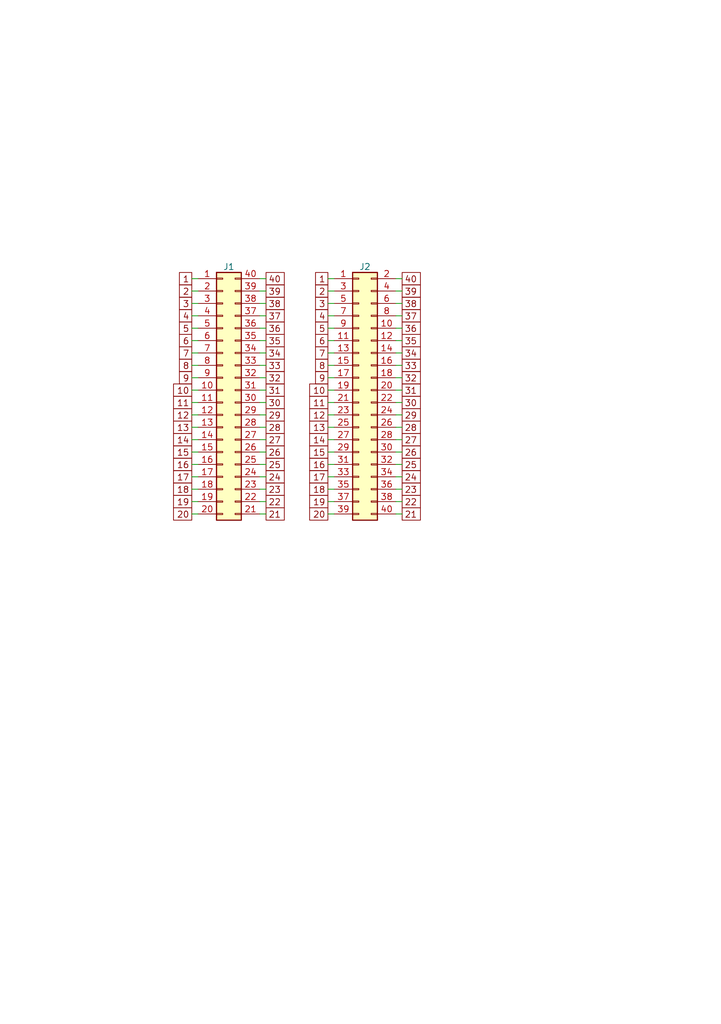
<source format=kicad_sch>
(kicad_sch (version 20211123) (generator eeschema)
  (paper "A5" portrait)
  (lib_symbols
    (symbol "Connector_Generic:Conn_02x20_Counter_Clockwise" (pin_names (offset 1.016) hide)
      (property "Reference" "J" (at 1.27 25.4 0))
      (property "Value" "Conn_02x20_Counter_Clockwise" (at 1.27 -27.94 0))
      (symbol "Conn_02x20_Counter_Clockwise_1_1"
        (rectangle (start -1.27 -25.273) (end 0 -25.527) (stroke (width 0.1524)))
        (rectangle (start -1.27 -22.733) (end 0 -22.987) (stroke (width 0.1524)))
        (rectangle (start -1.27 -20.193) (end 0 -20.447) (stroke (width 0.1524)))
        (rectangle (start -1.27 -17.653) (end 0 -17.907) (stroke (width 0.1524)))
        (rectangle (start -1.27 -15.113) (end 0 -15.367) (stroke (width 0.1524)))
        (rectangle (start -1.27 -12.573) (end 0 -12.827) (stroke (width 0.1524)))
        (rectangle (start -1.27 -10.033) (end 0 -10.287) (stroke (width 0.1524)))
        (rectangle (start -1.27 -7.493) (end 0 -7.747) (stroke (width 0.1524)))
        (rectangle (start -1.27 -4.953) (end 0 -5.207) (stroke (width 0.1524)))
        (rectangle (start -1.27 -2.413) (end 0 -2.667) (stroke (width 0.1524)))
        (rectangle (start -1.27 0.127) (end 0 -0.127) (stroke (width 0.1524)))
        (rectangle (start -1.27 2.667) (end 0 2.413) (stroke (width 0.1524)))
        (rectangle (start -1.27 5.207) (end 0 4.953) (stroke (width 0.1524)))
        (rectangle (start -1.27 7.747) (end 0 7.493) (stroke (width 0.1524)))
        (rectangle (start -1.27 10.287) (end 0 10.033) (stroke (width 0.1524)))
        (rectangle (start -1.27 12.827) (end 0 12.573) (stroke (width 0.1524)))
        (rectangle (start -1.27 15.367) (end 0 15.113) (stroke (width 0.1524)))
        (rectangle (start -1.27 17.907) (end 0 17.653) (stroke (width 0.1524)))
        (rectangle (start -1.27 20.447) (end 0 20.193) (stroke (width 0.1524)))
        (rectangle (start -1.27 22.987) (end 0 22.733) (stroke (width 0.1524)))
        (rectangle (start -1.27 24.13) (end 3.81 -26.67) (stroke (width 0.254)) (fill (type background)))
        (rectangle (start 3.81 -25.273) (end 2.54 -25.527) (stroke (width 0.1524)))
        (rectangle (start 3.81 -22.733) (end 2.54 -22.987) (stroke (width 0.1524)))
        (rectangle (start 3.81 -20.193) (end 2.54 -20.447) (stroke (width 0.1524)))
        (rectangle (start 3.81 -17.653) (end 2.54 -17.907) (stroke (width 0.1524)))
        (rectangle (start 3.81 -15.113) (end 2.54 -15.367) (stroke (width 0.1524)))
        (rectangle (start 3.81 -12.573) (end 2.54 -12.827) (stroke (width 0.1524)))
        (rectangle (start 3.81 -10.033) (end 2.54 -10.287) (stroke (width 0.1524)))
        (rectangle (start 3.81 -7.493) (end 2.54 -7.747) (stroke (width 0.1524)))
        (rectangle (start 3.81 -4.953) (end 2.54 -5.207) (stroke (width 0.1524)))
        (rectangle (start 3.81 -2.413) (end 2.54 -2.667) (stroke (width 0.1524)))
        (rectangle (start 3.81 0.127) (end 2.54 -0.127) (stroke (width 0.1524)))
        (rectangle (start 3.81 2.667) (end 2.54 2.413) (stroke (width 0.1524)))
        (rectangle (start 3.81 5.207) (end 2.54 4.953) (stroke (width 0.1524)))
        (rectangle (start 3.81 7.747) (end 2.54 7.493) (stroke (width 0.1524)))
        (rectangle (start 3.81 10.287) (end 2.54 10.033) (stroke (width 0.1524)))
        (rectangle (start 3.81 12.827) (end 2.54 12.573) (stroke (width 0.1524)))
        (rectangle (start 3.81 15.367) (end 2.54 15.113) (stroke (width 0.1524)))
        (rectangle (start 3.81 17.907) (end 2.54 17.653) (stroke (width 0.1524)))
        (rectangle (start 3.81 20.447) (end 2.54 20.193) (stroke (width 0.1524)))
        (rectangle (start 3.81 22.987) (end 2.54 22.733) (stroke (width 0.1524)))
        (pin passive line (at -5.08 22.86 0) (length 3.81) (name "Pin_1") (number "1"))
        (pin passive line (at -5.08 0 0) (length 3.81) (name "Pin_10") (number "10"))
        (pin passive line (at -5.08 -2.54 0) (length 3.81) (name "Pin_11") (number "11"))
        (pin passive line (at -5.08 -5.08 0) (length 3.81) (name "Pin_12") (number "12"))
        (pin passive line (at -5.08 -7.62 0) (length 3.81) (name "Pin_13") (number "13"))
        (pin passive line (at -5.08 -10.16 0) (length 3.81) (name "Pin_14") (number "14"))
        (pin passive line (at -5.08 -12.7 0) (length 3.81) (name "Pin_15") (number "15"))
        (pin passive line (at -5.08 -15.24 0) (length 3.81) (name "Pin_16") (number "16"))
        (pin passive line (at -5.08 -17.78 0) (length 3.81) (name "Pin_17") (number "17"))
        (pin passive line (at -5.08 -20.32 0) (length 3.81) (name "Pin_18") (number "18"))
        (pin passive line (at -5.08 -22.86 0) (length 3.81) (name "Pin_19") (number "19"))
        (pin passive line (at -5.08 20.32 0) (length 3.81) (name "Pin_2") (number "2"))
        (pin passive line (at -5.08 -25.4 0) (length 3.81) (name "Pin_20") (number "20"))
        (pin passive line (at 7.62 -25.4 180) (length 3.81) (name "Pin_21") (number "21"))
        (pin passive line (at 7.62 -22.86 180) (length 3.81) (name "Pin_22") (number "22"))
        (pin passive line (at 7.62 -20.32 180) (length 3.81) (name "Pin_23") (number "23"))
        (pin passive line (at 7.62 -17.78 180) (length 3.81) (name "Pin_24") (number "24"))
        (pin passive line (at 7.62 -15.24 180) (length 3.81) (name "Pin_25") (number "25"))
        (pin passive line (at 7.62 -12.7 180) (length 3.81) (name "Pin_26") (number "26"))
        (pin passive line (at 7.62 -10.16 180) (length 3.81) (name "Pin_27") (number "27"))
        (pin passive line (at 7.62 -7.62 180) (length 3.81) (name "Pin_28") (number "28"))
        (pin passive line (at 7.62 -5.08 180) (length 3.81) (name "Pin_29") (number "29"))
        (pin passive line (at -5.08 17.78 0) (length 3.81) (name "Pin_3") (number "3"))
        (pin passive line (at 7.62 -2.54 180) (length 3.81) (name "Pin_30") (number "30"))
        (pin passive line (at 7.62 0 180) (length 3.81) (name "Pin_31") (number "31"))
        (pin passive line (at 7.62 2.54 180) (length 3.81) (name "Pin_32") (number "32"))
        (pin passive line (at 7.62 5.08 180) (length 3.81) (name "Pin_33") (number "33"))
        (pin passive line (at 7.62 7.62 180) (length 3.81) (name "Pin_34") (number "34"))
        (pin passive line (at 7.62 10.16 180) (length 3.81) (name "Pin_35") (number "35"))
        (pin passive line (at 7.62 12.7 180) (length 3.81) (name "Pin_36") (number "36"))
        (pin passive line (at 7.62 15.24 180) (length 3.81) (name "Pin_37") (number "37"))
        (pin passive line (at 7.62 17.78 180) (length 3.81) (name "Pin_38") (number "38"))
        (pin passive line (at 7.62 20.32 180) (length 3.81) (name "Pin_39") (number "39"))
        (pin passive line (at -5.08 15.24 0) (length 3.81) (name "Pin_4") (number "4"))
        (pin passive line (at 7.62 22.86 180) (length 3.81) (name "Pin_40") (number "40"))
        (pin passive line (at -5.08 12.7 0) (length 3.81) (name "Pin_5") (number "5"))
        (pin passive line (at -5.08 10.16 0) (length 3.81) (name "Pin_6") (number "6"))
        (pin passive line (at -5.08 7.62 0) (length 3.81) (name "Pin_7") (number "7"))
        (pin passive line (at -5.08 5.08 0) (length 3.81) (name "Pin_8") (number "8"))
        (pin passive line (at -5.08 2.54 0) (length 3.81) (name "Pin_9") (number "9"))
      )
    )
    (symbol "Connector_Generic:Conn_02x20_Odd_Even" (pin_names (offset 1.016) hide)
      (property "Reference" "J" (at 1.27 25.4 0))
      (property "Value" "Conn_02x20_Odd_Even" (at 1.27 -27.94 0))
      (symbol "Conn_02x20_Odd_Even_1_1"
        (rectangle (start -1.27 -25.273) (end 0 -25.527) (stroke (width 0.1524)))
        (rectangle (start -1.27 -22.733) (end 0 -22.987) (stroke (width 0.1524)))
        (rectangle (start -1.27 -20.193) (end 0 -20.447) (stroke (width 0.1524)))
        (rectangle (start -1.27 -17.653) (end 0 -17.907) (stroke (width 0.1524)))
        (rectangle (start -1.27 -15.113) (end 0 -15.367) (stroke (width 0.1524)))
        (rectangle (start -1.27 -12.573) (end 0 -12.827) (stroke (width 0.1524)))
        (rectangle (start -1.27 -10.033) (end 0 -10.287) (stroke (width 0.1524)))
        (rectangle (start -1.27 -7.493) (end 0 -7.747) (stroke (width 0.1524)))
        (rectangle (start -1.27 -4.953) (end 0 -5.207) (stroke (width 0.1524)))
        (rectangle (start -1.27 -2.413) (end 0 -2.667) (stroke (width 0.1524)))
        (rectangle (start -1.27 0.127) (end 0 -0.127) (stroke (width 0.1524)))
        (rectangle (start -1.27 2.667) (end 0 2.413) (stroke (width 0.1524)))
        (rectangle (start -1.27 5.207) (end 0 4.953) (stroke (width 0.1524)))
        (rectangle (start -1.27 7.747) (end 0 7.493) (stroke (width 0.1524)))
        (rectangle (start -1.27 10.287) (end 0 10.033) (stroke (width 0.1524)))
        (rectangle (start -1.27 12.827) (end 0 12.573) (stroke (width 0.1524)))
        (rectangle (start -1.27 15.367) (end 0 15.113) (stroke (width 0.1524)))
        (rectangle (start -1.27 17.907) (end 0 17.653) (stroke (width 0.1524)))
        (rectangle (start -1.27 20.447) (end 0 20.193) (stroke (width 0.1524)))
        (rectangle (start -1.27 22.987) (end 0 22.733) (stroke (width 0.1524)))
        (rectangle (start -1.27 24.13) (end 3.81 -26.67) (stroke (width 0.254)) (fill (type background)))
        (rectangle (start 3.81 -25.273) (end 2.54 -25.527) (stroke (width 0.1524)))
        (rectangle (start 3.81 -22.733) (end 2.54 -22.987) (stroke (width 0.1524)))
        (rectangle (start 3.81 -20.193) (end 2.54 -20.447) (stroke (width 0.1524)))
        (rectangle (start 3.81 -17.653) (end 2.54 -17.907) (stroke (width 0.1524)))
        (rectangle (start 3.81 -15.113) (end 2.54 -15.367) (stroke (width 0.1524)))
        (rectangle (start 3.81 -12.573) (end 2.54 -12.827) (stroke (width 0.1524)))
        (rectangle (start 3.81 -10.033) (end 2.54 -10.287) (stroke (width 0.1524)))
        (rectangle (start 3.81 -7.493) (end 2.54 -7.747) (stroke (width 0.1524)))
        (rectangle (start 3.81 -4.953) (end 2.54 -5.207) (stroke (width 0.1524)))
        (rectangle (start 3.81 -2.413) (end 2.54 -2.667) (stroke (width 0.1524)))
        (rectangle (start 3.81 0.127) (end 2.54 -0.127) (stroke (width 0.1524)))
        (rectangle (start 3.81 2.667) (end 2.54 2.413) (stroke (width 0.1524)))
        (rectangle (start 3.81 5.207) (end 2.54 4.953) (stroke (width 0.1524)))
        (rectangle (start 3.81 7.747) (end 2.54 7.493) (stroke (width 0.1524)))
        (rectangle (start 3.81 10.287) (end 2.54 10.033) (stroke (width 0.1524)))
        (rectangle (start 3.81 12.827) (end 2.54 12.573) (stroke (width 0.1524)))
        (rectangle (start 3.81 15.367) (end 2.54 15.113) (stroke (width 0.1524)))
        (rectangle (start 3.81 17.907) (end 2.54 17.653) (stroke (width 0.1524)))
        (rectangle (start 3.81 20.447) (end 2.54 20.193) (stroke (width 0.1524)))
        (rectangle (start 3.81 22.987) (end 2.54 22.733) (stroke (width 0.1524)))
        (pin passive line (at -5.08 22.86 0) (length 3.81) (name "Pin_1") (number "1"))
        (pin passive line (at 7.62 12.7 180) (length 3.81) (name "Pin_10") (number "10"))
        (pin passive line (at -5.08 10.16 0) (length 3.81) (name "Pin_11") (number "11"))
        (pin passive line (at 7.62 10.16 180) (length 3.81) (name "Pin_12") (number "12"))
        (pin passive line (at -5.08 7.62 0) (length 3.81) (name "Pin_13") (number "13"))
        (pin passive line (at 7.62 7.62 180) (length 3.81) (name "Pin_14") (number "14"))
        (pin passive line (at -5.08 5.08 0) (length 3.81) (name "Pin_15") (number "15"))
        (pin passive line (at 7.62 5.08 180) (length 3.81) (name "Pin_16") (number "16"))
        (pin passive line (at -5.08 2.54 0) (length 3.81) (name "Pin_17") (number "17"))
        (pin passive line (at 7.62 2.54 180) (length 3.81) (name "Pin_18") (number "18"))
        (pin passive line (at -5.08 0 0) (length 3.81) (name "Pin_19") (number "19"))
        (pin passive line (at 7.62 22.86 180) (length 3.81) (name "Pin_2") (number "2"))
        (pin passive line (at 7.62 0 180) (length 3.81) (name "Pin_20") (number "20"))
        (pin passive line (at -5.08 -2.54 0) (length 3.81) (name "Pin_21") (number "21"))
        (pin passive line (at 7.62 -2.54 180) (length 3.81) (name "Pin_22") (number "22"))
        (pin passive line (at -5.08 -5.08 0) (length 3.81) (name "Pin_23") (number "23"))
        (pin passive line (at 7.62 -5.08 180) (length 3.81) (name "Pin_24") (number "24"))
        (pin passive line (at -5.08 -7.62 0) (length 3.81) (name "Pin_25") (number "25"))
        (pin passive line (at 7.62 -7.62 180) (length 3.81) (name "Pin_26") (number "26"))
        (pin passive line (at -5.08 -10.16 0) (length 3.81) (name "Pin_27") (number "27"))
        (pin passive line (at 7.62 -10.16 180) (length 3.81) (name "Pin_28") (number "28"))
        (pin passive line (at -5.08 -12.7 0) (length 3.81) (name "Pin_29") (number "29"))
        (pin passive line (at -5.08 20.32 0) (length 3.81) (name "Pin_3") (number "3"))
        (pin passive line (at 7.62 -12.7 180) (length 3.81) (name "Pin_30") (number "30"))
        (pin passive line (at -5.08 -15.24 0) (length 3.81) (name "Pin_31") (number "31"))
        (pin passive line (at 7.62 -15.24 180) (length 3.81) (name "Pin_32") (number "32"))
        (pin passive line (at -5.08 -17.78 0) (length 3.81) (name "Pin_33") (number "33"))
        (pin passive line (at 7.62 -17.78 180) (length 3.81) (name "Pin_34") (number "34"))
        (pin passive line (at -5.08 -20.32 0) (length 3.81) (name "Pin_35") (number "35"))
        (pin passive line (at 7.62 -20.32 180) (length 3.81) (name "Pin_36") (number "36"))
        (pin passive line (at -5.08 -22.86 0) (length 3.81) (name "Pin_37") (number "37"))
        (pin passive line (at 7.62 -22.86 180) (length 3.81) (name "Pin_38") (number "38"))
        (pin passive line (at -5.08 -25.4 0) (length 3.81) (name "Pin_39") (number "39"))
        (pin passive line (at 7.62 20.32 180) (length 3.81) (name "Pin_4") (number "4"))
        (pin passive line (at 7.62 -25.4 180) (length 3.81) (name "Pin_40") (number "40"))
        (pin passive line (at -5.08 17.78 0) (length 3.81) (name "Pin_5") (number "5"))
        (pin passive line (at 7.62 17.78 180) (length 3.81) (name "Pin_6") (number "6"))
        (pin passive line (at -5.08 15.24 0) (length 3.81) (name "Pin_7") (number "7"))
        (pin passive line (at 7.62 15.24 180) (length 3.81) (name "Pin_8") (number "8"))
        (pin passive line (at -5.08 12.7 0) (length 3.81) (name "Pin_9") (number "9"))
      )
    )
  )
  (wire (pts (xy 54.61 90.17) (xy 53.34 90.17)))
  (wire (pts (xy 82.55 95.25) (xy 81.28 95.25)))
  (wire (pts (xy 39.37 105.41) (xy 40.64 105.41)))
  (wire (pts (xy 54.61 62.23) (xy 53.34 62.23)))
  (wire (pts (xy 67.31 90.17) (xy 68.58 90.17)))
  (wire (pts (xy 82.55 80.01) (xy 81.28 80.01)))
  (wire (pts (xy 39.37 87.63) (xy 40.64 87.63)))
  (wire (pts (xy 82.55 62.23) (xy 81.28 62.23)))
  (wire (pts (xy 82.55 90.17) (xy 81.28 90.17)))
  (wire (pts (xy 39.37 90.17) (xy 40.64 90.17)))
  (wire (pts (xy 39.37 77.47) (xy 40.64 77.47)))
  (wire (pts (xy 67.31 80.01) (xy 68.58 80.01)))
  (wire (pts (xy 54.61 92.71) (xy 53.34 92.71)))
  (wire (pts (xy 67.31 72.39) (xy 68.58 72.39)))
  (wire (pts (xy 67.31 97.79) (xy 68.58 97.79)))
  (wire (pts (xy 54.61 102.87) (xy 53.34 102.87)))
  (wire (pts (xy 67.31 82.55) (xy 68.58 82.55)))
  (wire (pts (xy 67.31 69.85) (xy 68.58 69.85)))
  (wire (pts (xy 54.61 59.69) (xy 53.34 59.69)))
  (wire (pts (xy 39.37 74.93) (xy 40.64 74.93)))
  (wire (pts (xy 67.31 74.93) (xy 68.58 74.93)))
  (wire (pts (xy 39.37 69.85) (xy 40.64 69.85)))
  (wire (pts (xy 67.31 59.69) (xy 68.58 59.69)))
  (wire (pts (xy 67.31 95.25) (xy 68.58 95.25)))
  (wire (pts (xy 82.55 74.93) (xy 81.28 74.93)))
  (wire (pts (xy 54.61 105.41) (xy 53.34 105.41)))
  (wire (pts (xy 82.55 92.71) (xy 81.28 92.71)))
  (wire (pts (xy 54.61 57.15) (xy 53.34 57.15)))
  (wire (pts (xy 39.37 57.15) (xy 40.64 57.15)))
  (wire (pts (xy 82.55 87.63) (xy 81.28 87.63)))
  (wire (pts (xy 54.61 77.47) (xy 53.34 77.47)))
  (wire (pts (xy 82.55 100.33) (xy 81.28 100.33)))
  (wire (pts (xy 54.61 80.01) (xy 53.34 80.01)))
  (wire (pts (xy 39.37 92.71) (xy 40.64 92.71)))
  (wire (pts (xy 39.37 64.77) (xy 40.64 64.77)))
  (wire (pts (xy 54.61 69.85) (xy 53.34 69.85)))
  (wire (pts (xy 67.31 62.23) (xy 68.58 62.23)))
  (wire (pts (xy 82.55 64.77) (xy 81.28 64.77)))
  (wire (pts (xy 67.31 105.41) (xy 68.58 105.41)))
  (wire (pts (xy 82.55 82.55) (xy 81.28 82.55)))
  (wire (pts (xy 67.31 100.33) (xy 68.58 100.33)))
  (wire (pts (xy 39.37 95.25) (xy 40.64 95.25)))
  (wire (pts (xy 39.37 67.31) (xy 40.64 67.31)))
  (wire (pts (xy 82.55 77.47) (xy 81.28 77.47)))
  (wire (pts (xy 82.55 102.87) (xy 81.28 102.87)))
  (wire (pts (xy 67.31 57.15) (xy 68.58 57.15)))
  (wire (pts (xy 39.37 59.69) (xy 40.64 59.69)))
  (wire (pts (xy 54.61 74.93) (xy 53.34 74.93)))
  (wire (pts (xy 67.31 92.71) (xy 68.58 92.71)))
  (wire (pts (xy 54.61 72.39) (xy 53.34 72.39)))
  (wire (pts (xy 54.61 85.09) (xy 53.34 85.09)))
  (wire (pts (xy 67.31 102.87) (xy 68.58 102.87)))
  (wire (pts (xy 54.61 82.55) (xy 53.34 82.55)))
  (wire (pts (xy 67.31 64.77) (xy 68.58 64.77)))
  (wire (pts (xy 82.55 59.69) (xy 81.28 59.69)))
  (wire (pts (xy 39.37 72.39) (xy 40.64 72.39)))
  (wire (pts (xy 39.37 80.01) (xy 40.64 80.01)))
  (wire (pts (xy 54.61 87.63) (xy 53.34 87.63)))
  (wire (pts (xy 39.37 62.23) (xy 40.64 62.23)))
  (wire (pts (xy 54.61 67.31) (xy 53.34 67.31)))
  (wire (pts (xy 39.37 97.79) (xy 40.64 97.79)))
  (wire (pts (xy 82.55 69.85) (xy 81.28 69.85)))
  (wire (pts (xy 82.55 72.39) (xy 81.28 72.39)))
  (wire (pts (xy 67.31 77.47) (xy 68.58 77.47)))
  (wire (pts (xy 39.37 102.87) (xy 40.64 102.87)))
  (wire (pts (xy 67.31 85.09) (xy 68.58 85.09)))
  (wire (pts (xy 67.31 87.63) (xy 68.58 87.63)))
  (wire (pts (xy 82.55 97.79) (xy 81.28 97.79)))
  (wire (pts (xy 82.55 105.41) (xy 81.28 105.41)))
  (wire (pts (xy 39.37 82.55) (xy 40.64 82.55)))
  (wire (pts (xy 39.37 85.09) (xy 40.64 85.09)))
  (wire (pts (xy 82.55 85.09) (xy 81.28 85.09)))
  (wire (pts (xy 82.55 57.15) (xy 81.28 57.15)))
  (wire (pts (xy 54.61 64.77) (xy 53.34 64.77)))
  (wire (pts (xy 54.61 97.79) (xy 53.34 97.79)))
  (wire (pts (xy 67.31 67.31) (xy 68.58 67.31)))
  (wire (pts (xy 54.61 100.33) (xy 53.34 100.33)))
  (wire (pts (xy 82.55 67.31) (xy 81.28 67.31)))
  (wire (pts (xy 54.61 95.25) (xy 53.34 95.25)))
  (wire (pts (xy 39.37 100.33) (xy 40.64 100.33)))
  (global_label "6" (shape passive) (at 39.37 69.85 180) (property "Intersheet References" "${INTERSHEET_REFS}" (effects hide)))
  (global_label "2" (shape passive) (at 39.37 59.69 180) (property "Intersheet References" "${INTERSHEET_REFS}" (effects hide)))
  (global_label "30" (shape passive) (at 54.61 82.55 0) (property "Intersheet References" "${INTERSHEET_REFS}" (effects hide)))
  (global_label "24" (shape passive) (at 82.55 97.79 0) (property "Intersheet References" "${INTERSHEET_REFS}" (effects hide)))
  (global_label "40" (shape passive) (at 54.61 57.15 0) (property "Intersheet References" "${INTERSHEET_REFS}" (effects hide)))
  (global_label "21" (shape passive) (at 82.55 105.41 0) (property "Intersheet References" "${INTERSHEET_REFS}" (effects hide)))
  (global_label "16" (shape passive) (at 67.31 95.25 180) (property "Intersheet References" "${INTERSHEET_REFS}" (effects hide)))
  (global_label "3" (shape passive) (at 67.31 62.23 180) (property "Intersheet References" "${INTERSHEET_REFS}" (effects hide)))
  (global_label "11" (shape passive) (at 39.37 82.55 180) (property "Intersheet References" "${INTERSHEET_REFS}" (effects hide)))
  (global_label "13" (shape passive) (at 39.37 87.63 180) (property "Intersheet References" "${INTERSHEET_REFS}" (effects hide)))
  (global_label "25" (shape passive) (at 54.61 95.25 0) (property "Intersheet References" "${INTERSHEET_REFS}" (effects hide)))
  (global_label "7" (shape passive) (at 67.31 72.39 180) (property "Intersheet References" "${INTERSHEET_REFS}" (effects hide)))
  (global_label "39" (shape passive) (at 82.55 59.69 0) (property "Intersheet References" "${INTERSHEET_REFS}" (effects hide)))
  (global_label "14" (shape passive) (at 67.31 90.17 180) (property "Intersheet References" "${INTERSHEET_REFS}" (effects hide)))
  (global_label "17" (shape passive) (at 39.37 97.79 180) (property "Intersheet References" "${INTERSHEET_REFS}" (effects hide)))
  (global_label "38" (shape passive) (at 82.55 62.23 0) (property "Intersheet References" "${INTERSHEET_REFS}" (effects hide)))
  (global_label "32" (shape passive) (at 82.55 77.47 0) (property "Intersheet References" "${INTERSHEET_REFS}" (effects hide)))
  (global_label "15" (shape passive) (at 39.37 92.71 180) (property "Intersheet References" "${INTERSHEET_REFS}" (effects hide)))
  (global_label "1" (shape passive) (at 67.31 57.15 180) (property "Intersheet References" "${INTERSHEET_REFS}" (effects hide)))
  (global_label "34" (shape passive) (at 82.55 72.39 0) (property "Intersheet References" "${INTERSHEET_REFS}" (effects hide)))
  (global_label "2" (shape passive) (at 67.31 59.69 180) (property "Intersheet References" "${INTERSHEET_REFS}" (effects hide)))
  (global_label "23" (shape passive) (at 82.55 100.33 0) (property "Intersheet References" "${INTERSHEET_REFS}" (effects hide)))
  (global_label "29" (shape passive) (at 82.55 85.09 0) (property "Intersheet References" "${INTERSHEET_REFS}" (effects hide)))
  (global_label "13" (shape passive) (at 67.31 87.63 180) (property "Intersheet References" "${INTERSHEET_REFS}" (effects hide)))
  (global_label "16" (shape passive) (at 39.37 95.25 180) (property "Intersheet References" "${INTERSHEET_REFS}" (effects hide)))
  (global_label "23" (shape passive) (at 54.61 100.33 0) (property "Intersheet References" "${INTERSHEET_REFS}" (effects hide)))
  (global_label "5" (shape passive) (at 67.31 67.31 180) (property "Intersheet References" "${INTERSHEET_REFS}" (effects hide)))
  (global_label "22" (shape passive) (at 82.55 102.87 0) (property "Intersheet References" "${INTERSHEET_REFS}" (effects hide)))
  (global_label "37" (shape passive) (at 54.61 64.77 0) (property "Intersheet References" "${INTERSHEET_REFS}" (effects hide)))
  (global_label "26" (shape passive) (at 82.55 92.71 0) (property "Intersheet References" "${INTERSHEET_REFS}" (effects hide)))
  (global_label "17" (shape passive) (at 67.31 97.79 180) (property "Intersheet References" "${INTERSHEET_REFS}" (effects hide)))
  (global_label "18" (shape passive) (at 39.37 100.33 180) (property "Intersheet References" "${INTERSHEET_REFS}" (effects hide)))
  (global_label "40" (shape passive) (at 82.55 57.15 0) (property "Intersheet References" "${INTERSHEET_REFS}" (effects hide)))
  (global_label "10" (shape passive) (at 39.37 80.01 180) (property "Intersheet References" "${INTERSHEET_REFS}" (effects hide)))
  (global_label "24" (shape passive) (at 54.61 97.79 0) (property "Intersheet References" "${INTERSHEET_REFS}" (effects hide)))
  (global_label "15" (shape passive) (at 67.31 92.71 180) (property "Intersheet References" "${INTERSHEET_REFS}" (effects hide)))
  (global_label "28" (shape passive) (at 54.61 87.63 0) (property "Intersheet References" "${INTERSHEET_REFS}" (effects hide)))
  (global_label "25" (shape passive) (at 82.55 95.25 0) (property "Intersheet References" "${INTERSHEET_REFS}" (effects hide)))
  (global_label "37" (shape passive) (at 82.55 64.77 0) (property "Intersheet References" "${INTERSHEET_REFS}" (effects hide)))
  (global_label "38" (shape passive) (at 54.61 62.23 0) (property "Intersheet References" "${INTERSHEET_REFS}" (effects hide)))
  (global_label "36" (shape passive) (at 54.61 67.31 0) (property "Intersheet References" "${INTERSHEET_REFS}" (effects hide)))
  (global_label "10" (shape passive) (at 67.31 80.01 180) (property "Intersheet References" "${INTERSHEET_REFS}" (effects hide)))
  (global_label "32" (shape passive) (at 54.61 77.47 0) (property "Intersheet References" "${INTERSHEET_REFS}" (effects hide)))
  (global_label "20" (shape passive) (at 67.31 105.41 180) (property "Intersheet References" "${INTERSHEET_REFS}" (effects hide)))
  (global_label "12" (shape passive) (at 67.31 85.09 180) (property "Intersheet References" "${INTERSHEET_REFS}" (effects hide)))
  (global_label "33" (shape passive) (at 54.61 74.93 0) (property "Intersheet References" "${INTERSHEET_REFS}" (effects hide)))
  (global_label "12" (shape passive) (at 39.37 85.09 180) (property "Intersheet References" "${INTERSHEET_REFS}" (effects hide)))
  (global_label "34" (shape passive) (at 54.61 72.39 0) (property "Intersheet References" "${INTERSHEET_REFS}" (effects hide)))
  (global_label "14" (shape passive) (at 39.37 90.17 180) (property "Intersheet References" "${INTERSHEET_REFS}" (effects hide)))
  (global_label "26" (shape passive) (at 54.61 92.71 0) (property "Intersheet References" "${INTERSHEET_REFS}" (effects hide)))
  (global_label "35" (shape passive) (at 54.61 69.85 0) (property "Intersheet References" "${INTERSHEET_REFS}" (effects hide)))
  (global_label "5" (shape passive) (at 39.37 67.31 180) (property "Intersheet References" "${INTERSHEET_REFS}" (effects hide)))
  (global_label "33" (shape passive) (at 82.55 74.93 0) (property "Intersheet References" "${INTERSHEET_REFS}" (effects hide)))
  (global_label "28" (shape passive) (at 82.55 87.63 0) (property "Intersheet References" "${INTERSHEET_REFS}" (effects hide)))
  (global_label "31" (shape passive) (at 54.61 80.01 0) (property "Intersheet References" "${INTERSHEET_REFS}" (effects hide)))
  (global_label "20" (shape passive) (at 39.37 105.41 180) (property "Intersheet References" "${INTERSHEET_REFS}" (effects hide)))
  (global_label "6" (shape passive) (at 67.31 69.85 180) (property "Intersheet References" "${INTERSHEET_REFS}" (effects hide)))
  (global_label "27" (shape passive) (at 54.61 90.17 0) (property "Intersheet References" "${INTERSHEET_REFS}" (effects hide)))
  (global_label "4" (shape passive) (at 39.37 64.77 180) (property "Intersheet References" "${INTERSHEET_REFS}" (effects hide)))
  (global_label "36" (shape passive) (at 82.55 67.31 0) (property "Intersheet References" "${INTERSHEET_REFS}" (effects hide)))
  (global_label "1" (shape passive) (at 39.37 57.15 180) (property "Intersheet References" "${INTERSHEET_REFS}" (effects hide)))
  (global_label "8" (shape passive) (at 67.31 74.93 180) (property "Intersheet References" "${INTERSHEET_REFS}" (effects hide)))
  (global_label "18" (shape passive) (at 67.31 100.33 180) (property "Intersheet References" "${INTERSHEET_REFS}" (effects hide)))
  (global_label "9" (shape passive) (at 39.37 77.47 180) (property "Intersheet References" "${INTERSHEET_REFS}" (effects hide)))
  (global_label "4" (shape passive) (at 67.31 64.77 180) (property "Intersheet References" "${INTERSHEET_REFS}" (effects hide)))
  (global_label "29" (shape passive) (at 54.61 85.09 0) (property "Intersheet References" "${INTERSHEET_REFS}" (effects hide)))
  (global_label "3" (shape passive) (at 39.37 62.23 180) (property "Intersheet References" "${INTERSHEET_REFS}" (effects hide)))
  (global_label "21" (shape passive) (at 54.61 105.41 0) (property "Intersheet References" "${INTERSHEET_REFS}" (effects hide)))
  (global_label "39" (shape passive) (at 54.61 59.69 0) (property "Intersheet References" "${INTERSHEET_REFS}" (effects hide)))
  (global_label "9" (shape passive) (at 67.31 77.47 180) (property "Intersheet References" "${INTERSHEET_REFS}" (effects hide)))
  (global_label "22" (shape passive) (at 54.61 102.87 0) (property "Intersheet References" "${INTERSHEET_REFS}" (effects hide)))
  (global_label "35" (shape passive) (at 82.55 69.85 0) (property "Intersheet References" "${INTERSHEET_REFS}" (effects hide)))
  (global_label "19" (shape passive) (at 67.31 102.87 180) (property "Intersheet References" "${INTERSHEET_REFS}" (effects hide)))
  (global_label "31" (shape passive) (at 82.55 80.01 0) (property "Intersheet References" "${INTERSHEET_REFS}" (effects hide)))
  (global_label "19" (shape passive) (at 39.37 102.87 180) (property "Intersheet References" "${INTERSHEET_REFS}" (effects hide)))
  (global_label "30" (shape passive) (at 82.55 82.55 0) (property "Intersheet References" "${INTERSHEET_REFS}" (effects hide)))
  (global_label "27" (shape passive) (at 82.55 90.17 0) (property "Intersheet References" "${INTERSHEET_REFS}" (effects hide)))
  (global_label "11" (shape passive) (at 67.31 82.55 180) (property "Intersheet References" "${INTERSHEET_REFS}" (effects hide)))
  (global_label "8" (shape passive) (at 39.37 74.93 180) (property "Intersheet References" "${INTERSHEET_REFS}" (effects hide)))
  (global_label "7" (shape passive) (at 39.37 72.39 180) (property "Intersheet References" "${INTERSHEET_REFS}" (effects hide)))
  (symbol (lib_id "Connector_Generic:Conn_02x20_Odd_Even") (at 73.66 80.01 0) (unit 1)
    (property "Reference" "J2" (at 74.93 54.7172 0))
    (property "Value" "Conn_02x20_Odd_Even" (effects hide))
    (property "Footprint" "Connector_PinHeader_2.54mm:PinHeader_2x20_P2.54mm_Vertical" (effects hide))
  )
  (symbol (lib_id "Connector_Generic:Conn_02x20_Counter_Clockwise") (at 45.72 80.01 0) (unit 1)
    (property "Reference" "J1" (at 46.99 54.7172 0))
    (property "Value" "Conn_02x20_Counter_Clockwise" (effects hide))
    (property "Footprint" "Package_DIP:DIP-40_W15.24mm_Socket_LongPads" (effects hide))
  )
)
</source>
